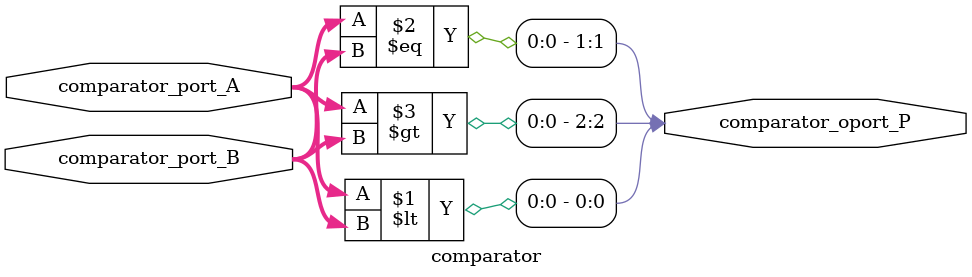
<source format=v>
`timescale 1ns / 1ps


module comparator(
    input [3:0] comparator_port_A,
    input [3:0] comparator_port_B,
    output [2:0] comparator_oport_P
    );
    
    assign comparator_oport_P[0] = comparator_port_A < comparator_port_B;
    assign comparator_oport_P[1] = comparator_port_A == comparator_port_B;
    assign comparator_oport_P[2] = comparator_port_A > comparator_port_B;
endmodule


</source>
